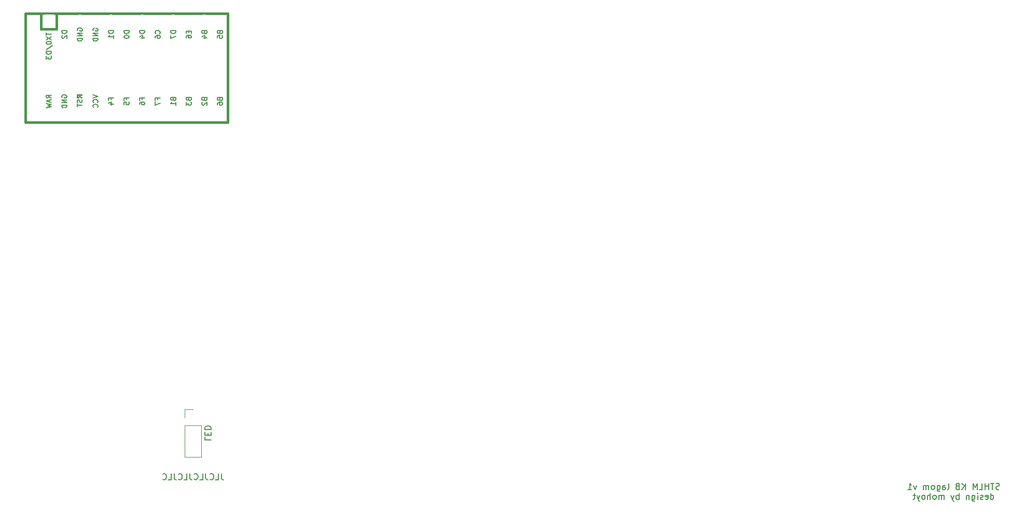
<source format=gbo>
G04 #@! TF.GenerationSoftware,KiCad,Pcbnew,(6.0.0-0)*
G04 #@! TF.CreationDate,2022-10-17T22:42:16+02:00*
G04 #@! TF.ProjectId,lagom,6c61676f-6d2e-46b6-9963-61645f706362,rev?*
G04 #@! TF.SameCoordinates,Original*
G04 #@! TF.FileFunction,Legend,Bot*
G04 #@! TF.FilePolarity,Positive*
%FSLAX46Y46*%
G04 Gerber Fmt 4.6, Leading zero omitted, Abs format (unit mm)*
G04 Created by KiCad (PCBNEW (6.0.0-0)) date 2022-10-17 22:42:16*
%MOMM*%
%LPD*%
G01*
G04 APERTURE LIST*
%ADD10C,0.150000*%
%ADD11C,0.381000*%
%ADD12C,0.120000*%
%ADD13R,1.752600X1.752600*%
%ADD14C,1.752600*%
%ADD15C,4.000000*%
%ADD16C,1.700000*%
%ADD17C,2.200000*%
%ADD18C,1.600000*%
%ADD19C,3.050000*%
%ADD20R,1.500000X1.500000*%
%ADD21O,1.500000X1.500000*%
%ADD22R,1.600000X1.600000*%
%ADD23O,1.600000X1.600000*%
%ADD24R,1.700000X1.700000*%
%ADD25O,1.700000X1.700000*%
%ADD26O,2.000000X3.200000*%
%ADD27R,2.000000X2.000000*%
%ADD28C,2.000000*%
G04 APERTURE END LIST*
D10*
X83110119Y-110467857D02*
X83110119Y-110944047D01*
X84110119Y-110944047D01*
X83633928Y-110134523D02*
X83633928Y-109801190D01*
X83110119Y-109658333D02*
X83110119Y-110134523D01*
X84110119Y-110134523D01*
X84110119Y-109658333D01*
X83110119Y-109229761D02*
X84110119Y-109229761D01*
X84110119Y-108991666D01*
X84062500Y-108848809D01*
X83967261Y-108753571D01*
X83872023Y-108705952D01*
X83681547Y-108658333D01*
X83538690Y-108658333D01*
X83348214Y-108705952D01*
X83252976Y-108753571D01*
X83157738Y-108848809D01*
X83110119Y-108991666D01*
X83110119Y-109229761D01*
X85794047Y-116439880D02*
X85794047Y-117154166D01*
X85841666Y-117297023D01*
X85936904Y-117392261D01*
X86079761Y-117439880D01*
X86175000Y-117439880D01*
X84841666Y-117439880D02*
X85317857Y-117439880D01*
X85317857Y-116439880D01*
X83936904Y-117344642D02*
X83984523Y-117392261D01*
X84127380Y-117439880D01*
X84222619Y-117439880D01*
X84365476Y-117392261D01*
X84460714Y-117297023D01*
X84508333Y-117201785D01*
X84555952Y-117011309D01*
X84555952Y-116868452D01*
X84508333Y-116677976D01*
X84460714Y-116582738D01*
X84365476Y-116487500D01*
X84222619Y-116439880D01*
X84127380Y-116439880D01*
X83984523Y-116487500D01*
X83936904Y-116535119D01*
X83222619Y-116439880D02*
X83222619Y-117154166D01*
X83270238Y-117297023D01*
X83365476Y-117392261D01*
X83508333Y-117439880D01*
X83603571Y-117439880D01*
X82270238Y-117439880D02*
X82746428Y-117439880D01*
X82746428Y-116439880D01*
X81365476Y-117344642D02*
X81413095Y-117392261D01*
X81555952Y-117439880D01*
X81651190Y-117439880D01*
X81794047Y-117392261D01*
X81889285Y-117297023D01*
X81936904Y-117201785D01*
X81984523Y-117011309D01*
X81984523Y-116868452D01*
X81936904Y-116677976D01*
X81889285Y-116582738D01*
X81794047Y-116487500D01*
X81651190Y-116439880D01*
X81555952Y-116439880D01*
X81413095Y-116487500D01*
X81365476Y-116535119D01*
X80651190Y-116439880D02*
X80651190Y-117154166D01*
X80698809Y-117297023D01*
X80794047Y-117392261D01*
X80936904Y-117439880D01*
X81032142Y-117439880D01*
X79698809Y-117439880D02*
X80175000Y-117439880D01*
X80175000Y-116439880D01*
X78794047Y-117344642D02*
X78841666Y-117392261D01*
X78984523Y-117439880D01*
X79079761Y-117439880D01*
X79222619Y-117392261D01*
X79317857Y-117297023D01*
X79365476Y-117201785D01*
X79413095Y-117011309D01*
X79413095Y-116868452D01*
X79365476Y-116677976D01*
X79317857Y-116582738D01*
X79222619Y-116487500D01*
X79079761Y-116439880D01*
X78984523Y-116439880D01*
X78841666Y-116487500D01*
X78794047Y-116535119D01*
X78079761Y-116439880D02*
X78079761Y-117154166D01*
X78127380Y-117297023D01*
X78222619Y-117392261D01*
X78365476Y-117439880D01*
X78460714Y-117439880D01*
X77127380Y-117439880D02*
X77603571Y-117439880D01*
X77603571Y-116439880D01*
X76222619Y-117344642D02*
X76270238Y-117392261D01*
X76413095Y-117439880D01*
X76508333Y-117439880D01*
X76651190Y-117392261D01*
X76746428Y-117297023D01*
X76794047Y-117201785D01*
X76841666Y-117011309D01*
X76841666Y-116868452D01*
X76794047Y-116677976D01*
X76746428Y-116582738D01*
X76651190Y-116487500D01*
X76508333Y-116439880D01*
X76413095Y-116439880D01*
X76270238Y-116487500D01*
X76222619Y-116535119D01*
X212777380Y-118974761D02*
X212634523Y-119022380D01*
X212396428Y-119022380D01*
X212301190Y-118974761D01*
X212253571Y-118927142D01*
X212205952Y-118831904D01*
X212205952Y-118736666D01*
X212253571Y-118641428D01*
X212301190Y-118593809D01*
X212396428Y-118546190D01*
X212586904Y-118498571D01*
X212682142Y-118450952D01*
X212729761Y-118403333D01*
X212777380Y-118308095D01*
X212777380Y-118212857D01*
X212729761Y-118117619D01*
X212682142Y-118070000D01*
X212586904Y-118022380D01*
X212348809Y-118022380D01*
X212205952Y-118070000D01*
X211920238Y-118022380D02*
X211348809Y-118022380D01*
X211634523Y-119022380D02*
X211634523Y-118022380D01*
X211015476Y-119022380D02*
X211015476Y-118022380D01*
X211015476Y-118498571D02*
X210444047Y-118498571D01*
X210444047Y-119022380D02*
X210444047Y-118022380D01*
X209491666Y-119022380D02*
X209967857Y-119022380D01*
X209967857Y-118022380D01*
X209158333Y-119022380D02*
X209158333Y-118022380D01*
X208825000Y-118736666D01*
X208491666Y-118022380D01*
X208491666Y-119022380D01*
X207253571Y-119022380D02*
X207253571Y-118022380D01*
X206682142Y-119022380D02*
X207110714Y-118450952D01*
X206682142Y-118022380D02*
X207253571Y-118593809D01*
X205920238Y-118498571D02*
X205777380Y-118546190D01*
X205729761Y-118593809D01*
X205682142Y-118689047D01*
X205682142Y-118831904D01*
X205729761Y-118927142D01*
X205777380Y-118974761D01*
X205872619Y-119022380D01*
X206253571Y-119022380D01*
X206253571Y-118022380D01*
X205920238Y-118022380D01*
X205825000Y-118070000D01*
X205777380Y-118117619D01*
X205729761Y-118212857D01*
X205729761Y-118308095D01*
X205777380Y-118403333D01*
X205825000Y-118450952D01*
X205920238Y-118498571D01*
X206253571Y-118498571D01*
X204348809Y-119022380D02*
X204444047Y-118974761D01*
X204491666Y-118879523D01*
X204491666Y-118022380D01*
X203539285Y-119022380D02*
X203539285Y-118498571D01*
X203586904Y-118403333D01*
X203682142Y-118355714D01*
X203872619Y-118355714D01*
X203967857Y-118403333D01*
X203539285Y-118974761D02*
X203634523Y-119022380D01*
X203872619Y-119022380D01*
X203967857Y-118974761D01*
X204015476Y-118879523D01*
X204015476Y-118784285D01*
X203967857Y-118689047D01*
X203872619Y-118641428D01*
X203634523Y-118641428D01*
X203539285Y-118593809D01*
X202634523Y-118355714D02*
X202634523Y-119165238D01*
X202682142Y-119260476D01*
X202729761Y-119308095D01*
X202825000Y-119355714D01*
X202967857Y-119355714D01*
X203063095Y-119308095D01*
X202634523Y-118974761D02*
X202729761Y-119022380D01*
X202920238Y-119022380D01*
X203015476Y-118974761D01*
X203063095Y-118927142D01*
X203110714Y-118831904D01*
X203110714Y-118546190D01*
X203063095Y-118450952D01*
X203015476Y-118403333D01*
X202920238Y-118355714D01*
X202729761Y-118355714D01*
X202634523Y-118403333D01*
X202015476Y-119022380D02*
X202110714Y-118974761D01*
X202158333Y-118927142D01*
X202205952Y-118831904D01*
X202205952Y-118546190D01*
X202158333Y-118450952D01*
X202110714Y-118403333D01*
X202015476Y-118355714D01*
X201872619Y-118355714D01*
X201777380Y-118403333D01*
X201729761Y-118450952D01*
X201682142Y-118546190D01*
X201682142Y-118831904D01*
X201729761Y-118927142D01*
X201777380Y-118974761D01*
X201872619Y-119022380D01*
X202015476Y-119022380D01*
X201253571Y-119022380D02*
X201253571Y-118355714D01*
X201253571Y-118450952D02*
X201205952Y-118403333D01*
X201110714Y-118355714D01*
X200967857Y-118355714D01*
X200872619Y-118403333D01*
X200825000Y-118498571D01*
X200825000Y-119022380D01*
X200825000Y-118498571D02*
X200777380Y-118403333D01*
X200682142Y-118355714D01*
X200539285Y-118355714D01*
X200444047Y-118403333D01*
X200396428Y-118498571D01*
X200396428Y-119022380D01*
X199253571Y-118355714D02*
X199015476Y-119022380D01*
X198777380Y-118355714D01*
X197872619Y-119022380D02*
X198444047Y-119022380D01*
X198158333Y-119022380D02*
X198158333Y-118022380D01*
X198253571Y-118165238D01*
X198348809Y-118260476D01*
X198444047Y-118308095D01*
X211372619Y-120632380D02*
X211372619Y-119632380D01*
X211372619Y-120584761D02*
X211467857Y-120632380D01*
X211658333Y-120632380D01*
X211753571Y-120584761D01*
X211801190Y-120537142D01*
X211848809Y-120441904D01*
X211848809Y-120156190D01*
X211801190Y-120060952D01*
X211753571Y-120013333D01*
X211658333Y-119965714D01*
X211467857Y-119965714D01*
X211372619Y-120013333D01*
X210515476Y-120584761D02*
X210610714Y-120632380D01*
X210801190Y-120632380D01*
X210896428Y-120584761D01*
X210944047Y-120489523D01*
X210944047Y-120108571D01*
X210896428Y-120013333D01*
X210801190Y-119965714D01*
X210610714Y-119965714D01*
X210515476Y-120013333D01*
X210467857Y-120108571D01*
X210467857Y-120203809D01*
X210944047Y-120299047D01*
X210086904Y-120584761D02*
X209991666Y-120632380D01*
X209801190Y-120632380D01*
X209705952Y-120584761D01*
X209658333Y-120489523D01*
X209658333Y-120441904D01*
X209705952Y-120346666D01*
X209801190Y-120299047D01*
X209944047Y-120299047D01*
X210039285Y-120251428D01*
X210086904Y-120156190D01*
X210086904Y-120108571D01*
X210039285Y-120013333D01*
X209944047Y-119965714D01*
X209801190Y-119965714D01*
X209705952Y-120013333D01*
X209229761Y-120632380D02*
X209229761Y-119965714D01*
X209229761Y-119632380D02*
X209277380Y-119680000D01*
X209229761Y-119727619D01*
X209182142Y-119680000D01*
X209229761Y-119632380D01*
X209229761Y-119727619D01*
X208325000Y-119965714D02*
X208325000Y-120775238D01*
X208372619Y-120870476D01*
X208420238Y-120918095D01*
X208515476Y-120965714D01*
X208658333Y-120965714D01*
X208753571Y-120918095D01*
X208325000Y-120584761D02*
X208420238Y-120632380D01*
X208610714Y-120632380D01*
X208705952Y-120584761D01*
X208753571Y-120537142D01*
X208801190Y-120441904D01*
X208801190Y-120156190D01*
X208753571Y-120060952D01*
X208705952Y-120013333D01*
X208610714Y-119965714D01*
X208420238Y-119965714D01*
X208325000Y-120013333D01*
X207848809Y-119965714D02*
X207848809Y-120632380D01*
X207848809Y-120060952D02*
X207801190Y-120013333D01*
X207705952Y-119965714D01*
X207563095Y-119965714D01*
X207467857Y-120013333D01*
X207420238Y-120108571D01*
X207420238Y-120632380D01*
X206182142Y-120632380D02*
X206182142Y-119632380D01*
X206182142Y-120013333D02*
X206086904Y-119965714D01*
X205896428Y-119965714D01*
X205801190Y-120013333D01*
X205753571Y-120060952D01*
X205705952Y-120156190D01*
X205705952Y-120441904D01*
X205753571Y-120537142D01*
X205801190Y-120584761D01*
X205896428Y-120632380D01*
X206086904Y-120632380D01*
X206182142Y-120584761D01*
X205372619Y-119965714D02*
X205134523Y-120632380D01*
X204896428Y-119965714D02*
X205134523Y-120632380D01*
X205229761Y-120870476D01*
X205277380Y-120918095D01*
X205372619Y-120965714D01*
X203753571Y-120632380D02*
X203753571Y-119965714D01*
X203753571Y-120060952D02*
X203705952Y-120013333D01*
X203610714Y-119965714D01*
X203467857Y-119965714D01*
X203372619Y-120013333D01*
X203325000Y-120108571D01*
X203325000Y-120632380D01*
X203325000Y-120108571D02*
X203277380Y-120013333D01*
X203182142Y-119965714D01*
X203039285Y-119965714D01*
X202944047Y-120013333D01*
X202896428Y-120108571D01*
X202896428Y-120632380D01*
X202277380Y-120632380D02*
X202372619Y-120584761D01*
X202420238Y-120537142D01*
X202467857Y-120441904D01*
X202467857Y-120156190D01*
X202420238Y-120060952D01*
X202372619Y-120013333D01*
X202277380Y-119965714D01*
X202134523Y-119965714D01*
X202039285Y-120013333D01*
X201991666Y-120060952D01*
X201944047Y-120156190D01*
X201944047Y-120441904D01*
X201991666Y-120537142D01*
X202039285Y-120584761D01*
X202134523Y-120632380D01*
X202277380Y-120632380D01*
X201515476Y-120632380D02*
X201515476Y-119632380D01*
X201086904Y-120632380D02*
X201086904Y-120108571D01*
X201134523Y-120013333D01*
X201229761Y-119965714D01*
X201372619Y-119965714D01*
X201467857Y-120013333D01*
X201515476Y-120060952D01*
X200467857Y-120632380D02*
X200563095Y-120584761D01*
X200610714Y-120537142D01*
X200658333Y-120441904D01*
X200658333Y-120156190D01*
X200610714Y-120060952D01*
X200563095Y-120013333D01*
X200467857Y-119965714D01*
X200325000Y-119965714D01*
X200229761Y-120013333D01*
X200182142Y-120060952D01*
X200134523Y-120156190D01*
X200134523Y-120441904D01*
X200182142Y-120537142D01*
X200229761Y-120584761D01*
X200325000Y-120632380D01*
X200467857Y-120632380D01*
X199801190Y-119965714D02*
X199563095Y-120632380D01*
X199325000Y-119965714D02*
X199563095Y-120632380D01*
X199658333Y-120870476D01*
X199705952Y-120918095D01*
X199801190Y-120965714D01*
X199086904Y-119965714D02*
X198705952Y-119965714D01*
X198944047Y-119632380D02*
X198944047Y-120489523D01*
X198896428Y-120584761D01*
X198801190Y-120632380D01*
X198705952Y-120632380D01*
X62335000Y-44066976D02*
X62296904Y-43990785D01*
X62296904Y-43876500D01*
X62335000Y-43762214D01*
X62411190Y-43686023D01*
X62487380Y-43647928D01*
X62639761Y-43609833D01*
X62754047Y-43609833D01*
X62906428Y-43647928D01*
X62982619Y-43686023D01*
X63058809Y-43762214D01*
X63096904Y-43876500D01*
X63096904Y-43952690D01*
X63058809Y-44066976D01*
X63020714Y-44105071D01*
X62754047Y-44105071D01*
X62754047Y-43952690D01*
X63096904Y-44447928D02*
X62296904Y-44447928D01*
X63096904Y-44905071D01*
X62296904Y-44905071D01*
X63096904Y-45286023D02*
X62296904Y-45286023D01*
X62296904Y-45476500D01*
X62335000Y-45590785D01*
X62411190Y-45666976D01*
X62487380Y-45705071D01*
X62639761Y-45743166D01*
X62754047Y-45743166D01*
X62906428Y-45705071D01*
X62982619Y-45666976D01*
X63058809Y-45590785D01*
X63096904Y-45476500D01*
X63096904Y-45286023D01*
X64836904Y-54531833D02*
X65636904Y-54798500D01*
X64836904Y-55065166D01*
X65560714Y-55788976D02*
X65598809Y-55750880D01*
X65636904Y-55636595D01*
X65636904Y-55560404D01*
X65598809Y-55446119D01*
X65522619Y-55369928D01*
X65446428Y-55331833D01*
X65294047Y-55293738D01*
X65179761Y-55293738D01*
X65027380Y-55331833D01*
X64951190Y-55369928D01*
X64875000Y-55446119D01*
X64836904Y-55560404D01*
X64836904Y-55636595D01*
X64875000Y-55750880D01*
X64913095Y-55788976D01*
X65560714Y-56588976D02*
X65598809Y-56550880D01*
X65636904Y-56436595D01*
X65636904Y-56360404D01*
X65598809Y-56246119D01*
X65522619Y-56169928D01*
X65446428Y-56131833D01*
X65294047Y-56093738D01*
X65179761Y-56093738D01*
X65027380Y-56131833D01*
X64951190Y-56169928D01*
X64875000Y-56246119D01*
X64836904Y-56360404D01*
X64836904Y-56436595D01*
X64875000Y-56550880D01*
X64913095Y-56588976D01*
X75377857Y-55331833D02*
X75377857Y-55065166D01*
X75796904Y-55065166D02*
X74996904Y-55065166D01*
X74996904Y-55446119D01*
X74996904Y-55674690D02*
X74996904Y-56208023D01*
X75796904Y-55865166D01*
X82997857Y-55274690D02*
X83035952Y-55388976D01*
X83074047Y-55427071D01*
X83150238Y-55465166D01*
X83264523Y-55465166D01*
X83340714Y-55427071D01*
X83378809Y-55388976D01*
X83416904Y-55312785D01*
X83416904Y-55008023D01*
X82616904Y-55008023D01*
X82616904Y-55274690D01*
X82655000Y-55350880D01*
X82693095Y-55388976D01*
X82769285Y-55427071D01*
X82845476Y-55427071D01*
X82921666Y-55388976D01*
X82959761Y-55350880D01*
X82997857Y-55274690D01*
X82997857Y-55008023D01*
X82693095Y-55769928D02*
X82655000Y-55808023D01*
X82616904Y-55884214D01*
X82616904Y-56074690D01*
X82655000Y-56150880D01*
X82693095Y-56188976D01*
X82769285Y-56227071D01*
X82845476Y-56227071D01*
X82959761Y-56188976D01*
X83416904Y-55731833D01*
X83416904Y-56227071D01*
X60556904Y-44086023D02*
X59756904Y-44086023D01*
X59756904Y-44276500D01*
X59795000Y-44390785D01*
X59871190Y-44466976D01*
X59947380Y-44505071D01*
X60099761Y-44543166D01*
X60214047Y-44543166D01*
X60366428Y-44505071D01*
X60442619Y-44466976D01*
X60518809Y-44390785D01*
X60556904Y-44276500D01*
X60556904Y-44086023D01*
X59833095Y-44847928D02*
X59795000Y-44886023D01*
X59756904Y-44962214D01*
X59756904Y-45152690D01*
X59795000Y-45228880D01*
X59833095Y-45266976D01*
X59909285Y-45305071D01*
X59985476Y-45305071D01*
X60099761Y-45266976D01*
X60556904Y-44809833D01*
X60556904Y-45305071D01*
X85537857Y-55274690D02*
X85575952Y-55388976D01*
X85614047Y-55427071D01*
X85690238Y-55465166D01*
X85804523Y-55465166D01*
X85880714Y-55427071D01*
X85918809Y-55388976D01*
X85956904Y-55312785D01*
X85956904Y-55008023D01*
X85156904Y-55008023D01*
X85156904Y-55274690D01*
X85195000Y-55350880D01*
X85233095Y-55388976D01*
X85309285Y-55427071D01*
X85385476Y-55427071D01*
X85461666Y-55388976D01*
X85499761Y-55350880D01*
X85537857Y-55274690D01*
X85537857Y-55008023D01*
X85156904Y-56150880D02*
X85156904Y-55998500D01*
X85195000Y-55922309D01*
X85233095Y-55884214D01*
X85347380Y-55808023D01*
X85499761Y-55769928D01*
X85804523Y-55769928D01*
X85880714Y-55808023D01*
X85918809Y-55846119D01*
X85956904Y-55922309D01*
X85956904Y-56074690D01*
X85918809Y-56150880D01*
X85880714Y-56188976D01*
X85804523Y-56227071D01*
X85614047Y-56227071D01*
X85537857Y-56188976D01*
X85499761Y-56150880D01*
X85461666Y-56074690D01*
X85461666Y-55922309D01*
X85499761Y-55846119D01*
X85537857Y-55808023D01*
X85614047Y-55769928D01*
X57216904Y-44375151D02*
X57216904Y-44832294D01*
X58016904Y-44603723D02*
X57216904Y-44603723D01*
X57216904Y-45022770D02*
X58016904Y-45556104D01*
X57216904Y-45556104D02*
X58016904Y-45022770D01*
X57216904Y-46013247D02*
X57216904Y-46089437D01*
X57255000Y-46165628D01*
X57293095Y-46203723D01*
X57369285Y-46241818D01*
X57521666Y-46279913D01*
X57712142Y-46279913D01*
X57864523Y-46241818D01*
X57940714Y-46203723D01*
X57978809Y-46165628D01*
X58016904Y-46089437D01*
X58016904Y-46013247D01*
X57978809Y-45937056D01*
X57940714Y-45898961D01*
X57864523Y-45860866D01*
X57712142Y-45822770D01*
X57521666Y-45822770D01*
X57369285Y-45860866D01*
X57293095Y-45898961D01*
X57255000Y-45937056D01*
X57216904Y-46013247D01*
X57178809Y-47194199D02*
X58207380Y-46508485D01*
X58016904Y-47460866D02*
X57216904Y-47460866D01*
X57216904Y-47651342D01*
X57255000Y-47765628D01*
X57331190Y-47841818D01*
X57407380Y-47879913D01*
X57559761Y-47918008D01*
X57674047Y-47918008D01*
X57826428Y-47879913D01*
X57902619Y-47841818D01*
X57978809Y-47765628D01*
X58016904Y-47651342D01*
X58016904Y-47460866D01*
X57216904Y-48184675D02*
X57216904Y-48679913D01*
X57521666Y-48413247D01*
X57521666Y-48527532D01*
X57559761Y-48603723D01*
X57597857Y-48641818D01*
X57674047Y-48679913D01*
X57864523Y-48679913D01*
X57940714Y-48641818D01*
X57978809Y-48603723D01*
X58016904Y-48527532D01*
X58016904Y-48298961D01*
X57978809Y-48222770D01*
X57940714Y-48184675D01*
X85537857Y-44352690D02*
X85575952Y-44466976D01*
X85614047Y-44505071D01*
X85690238Y-44543166D01*
X85804523Y-44543166D01*
X85880714Y-44505071D01*
X85918809Y-44466976D01*
X85956904Y-44390785D01*
X85956904Y-44086023D01*
X85156904Y-44086023D01*
X85156904Y-44352690D01*
X85195000Y-44428880D01*
X85233095Y-44466976D01*
X85309285Y-44505071D01*
X85385476Y-44505071D01*
X85461666Y-44466976D01*
X85499761Y-44428880D01*
X85537857Y-44352690D01*
X85537857Y-44086023D01*
X85156904Y-45266976D02*
X85156904Y-44886023D01*
X85537857Y-44847928D01*
X85499761Y-44886023D01*
X85461666Y-44962214D01*
X85461666Y-45152690D01*
X85499761Y-45228880D01*
X85537857Y-45266976D01*
X85614047Y-45305071D01*
X85804523Y-45305071D01*
X85880714Y-45266976D01*
X85918809Y-45228880D01*
X85956904Y-45152690D01*
X85956904Y-44962214D01*
X85918809Y-44886023D01*
X85880714Y-44847928D01*
X63028809Y-55337286D02*
X63066904Y-55451572D01*
X63066904Y-55642048D01*
X63028809Y-55718239D01*
X62990714Y-55756334D01*
X62914523Y-55794429D01*
X62838333Y-55794429D01*
X62762142Y-55756334D01*
X62724047Y-55718239D01*
X62685952Y-55642048D01*
X62647857Y-55489667D01*
X62609761Y-55413477D01*
X62571666Y-55375381D01*
X62495476Y-55337286D01*
X62419285Y-55337286D01*
X62343095Y-55375381D01*
X62305000Y-55413477D01*
X62266904Y-55489667D01*
X62266904Y-55680143D01*
X62305000Y-55794429D01*
X62266904Y-56023000D02*
X62266904Y-56480143D01*
X63066904Y-56251572D02*
X62266904Y-56251572D01*
X80457857Y-55274690D02*
X80495952Y-55388976D01*
X80534047Y-55427071D01*
X80610238Y-55465166D01*
X80724523Y-55465166D01*
X80800714Y-55427071D01*
X80838809Y-55388976D01*
X80876904Y-55312785D01*
X80876904Y-55008023D01*
X80076904Y-55008023D01*
X80076904Y-55274690D01*
X80115000Y-55350880D01*
X80153095Y-55388976D01*
X80229285Y-55427071D01*
X80305476Y-55427071D01*
X80381666Y-55388976D01*
X80419761Y-55350880D01*
X80457857Y-55274690D01*
X80457857Y-55008023D01*
X80076904Y-55731833D02*
X80076904Y-56227071D01*
X80381666Y-55960404D01*
X80381666Y-56074690D01*
X80419761Y-56150880D01*
X80457857Y-56188976D01*
X80534047Y-56227071D01*
X80724523Y-56227071D01*
X80800714Y-56188976D01*
X80838809Y-56150880D01*
X80876904Y-56074690D01*
X80876904Y-55846119D01*
X80838809Y-55769928D01*
X80800714Y-55731833D01*
X77917857Y-55274690D02*
X77955952Y-55388976D01*
X77994047Y-55427071D01*
X78070238Y-55465166D01*
X78184523Y-55465166D01*
X78260714Y-55427071D01*
X78298809Y-55388976D01*
X78336904Y-55312785D01*
X78336904Y-55008023D01*
X77536904Y-55008023D01*
X77536904Y-55274690D01*
X77575000Y-55350880D01*
X77613095Y-55388976D01*
X77689285Y-55427071D01*
X77765476Y-55427071D01*
X77841666Y-55388976D01*
X77879761Y-55350880D01*
X77917857Y-55274690D01*
X77917857Y-55008023D01*
X78336904Y-56227071D02*
X78336904Y-55769928D01*
X78336904Y-55998500D02*
X77536904Y-55998500D01*
X77651190Y-55922309D01*
X77727380Y-55846119D01*
X77765476Y-55769928D01*
X72837857Y-55331833D02*
X72837857Y-55065166D01*
X73256904Y-55065166D02*
X72456904Y-55065166D01*
X72456904Y-55446119D01*
X72456904Y-56093738D02*
X72456904Y-55941357D01*
X72495000Y-55865166D01*
X72533095Y-55827071D01*
X72647380Y-55750880D01*
X72799761Y-55712785D01*
X73104523Y-55712785D01*
X73180714Y-55750880D01*
X73218809Y-55788976D01*
X73256904Y-55865166D01*
X73256904Y-56017547D01*
X73218809Y-56093738D01*
X73180714Y-56131833D01*
X73104523Y-56169928D01*
X72914047Y-56169928D01*
X72837857Y-56131833D01*
X72799761Y-56093738D01*
X72761666Y-56017547D01*
X72761666Y-55865166D01*
X72799761Y-55788976D01*
X72837857Y-55750880D01*
X72914047Y-55712785D01*
X82997857Y-44352690D02*
X83035952Y-44466976D01*
X83074047Y-44505071D01*
X83150238Y-44543166D01*
X83264523Y-44543166D01*
X83340714Y-44505071D01*
X83378809Y-44466976D01*
X83416904Y-44390785D01*
X83416904Y-44086023D01*
X82616904Y-44086023D01*
X82616904Y-44352690D01*
X82655000Y-44428880D01*
X82693095Y-44466976D01*
X82769285Y-44505071D01*
X82845476Y-44505071D01*
X82921666Y-44466976D01*
X82959761Y-44428880D01*
X82997857Y-44352690D01*
X82997857Y-44086023D01*
X82883571Y-45228880D02*
X83416904Y-45228880D01*
X82578809Y-45038404D02*
X83150238Y-44847928D01*
X83150238Y-45343166D01*
X75720714Y-44543166D02*
X75758809Y-44505071D01*
X75796904Y-44390785D01*
X75796904Y-44314595D01*
X75758809Y-44200309D01*
X75682619Y-44124119D01*
X75606428Y-44086023D01*
X75454047Y-44047928D01*
X75339761Y-44047928D01*
X75187380Y-44086023D01*
X75111190Y-44124119D01*
X75035000Y-44200309D01*
X74996904Y-44314595D01*
X74996904Y-44390785D01*
X75035000Y-44505071D01*
X75073095Y-44543166D01*
X74996904Y-45228880D02*
X74996904Y-45076500D01*
X75035000Y-45000309D01*
X75073095Y-44962214D01*
X75187380Y-44886023D01*
X75339761Y-44847928D01*
X75644523Y-44847928D01*
X75720714Y-44886023D01*
X75758809Y-44924119D01*
X75796904Y-45000309D01*
X75796904Y-45152690D01*
X75758809Y-45228880D01*
X75720714Y-45266976D01*
X75644523Y-45305071D01*
X75454047Y-45305071D01*
X75377857Y-45266976D01*
X75339761Y-45228880D01*
X75301666Y-45152690D01*
X75301666Y-45000309D01*
X75339761Y-44924119D01*
X75377857Y-44886023D01*
X75454047Y-44847928D01*
X58016904Y-55046119D02*
X57635952Y-54779452D01*
X58016904Y-54588976D02*
X57216904Y-54588976D01*
X57216904Y-54893738D01*
X57255000Y-54969928D01*
X57293095Y-55008023D01*
X57369285Y-55046119D01*
X57483571Y-55046119D01*
X57559761Y-55008023D01*
X57597857Y-54969928D01*
X57635952Y-54893738D01*
X57635952Y-54588976D01*
X57788333Y-55350880D02*
X57788333Y-55731833D01*
X58016904Y-55274690D02*
X57216904Y-55541357D01*
X58016904Y-55808023D01*
X57216904Y-55998500D02*
X58016904Y-56188976D01*
X57445476Y-56341357D01*
X58016904Y-56493738D01*
X57216904Y-56684214D01*
X64875000Y-44066976D02*
X64836904Y-43990785D01*
X64836904Y-43876500D01*
X64875000Y-43762214D01*
X64951190Y-43686023D01*
X65027380Y-43647928D01*
X65179761Y-43609833D01*
X65294047Y-43609833D01*
X65446428Y-43647928D01*
X65522619Y-43686023D01*
X65598809Y-43762214D01*
X65636904Y-43876500D01*
X65636904Y-43952690D01*
X65598809Y-44066976D01*
X65560714Y-44105071D01*
X65294047Y-44105071D01*
X65294047Y-43952690D01*
X65636904Y-44447928D02*
X64836904Y-44447928D01*
X65636904Y-44905071D01*
X64836904Y-44905071D01*
X65636904Y-45286023D02*
X64836904Y-45286023D01*
X64836904Y-45476500D01*
X64875000Y-45590785D01*
X64951190Y-45666976D01*
X65027380Y-45705071D01*
X65179761Y-45743166D01*
X65294047Y-45743166D01*
X65446428Y-45705071D01*
X65522619Y-45666976D01*
X65598809Y-45590785D01*
X65636904Y-45476500D01*
X65636904Y-45286023D01*
X70716904Y-44086023D02*
X69916904Y-44086023D01*
X69916904Y-44276500D01*
X69955000Y-44390785D01*
X70031190Y-44466976D01*
X70107380Y-44505071D01*
X70259761Y-44543166D01*
X70374047Y-44543166D01*
X70526428Y-44505071D01*
X70602619Y-44466976D01*
X70678809Y-44390785D01*
X70716904Y-44276500D01*
X70716904Y-44086023D01*
X69916904Y-45038404D02*
X69916904Y-45114595D01*
X69955000Y-45190785D01*
X69993095Y-45228880D01*
X70069285Y-45266976D01*
X70221666Y-45305071D01*
X70412142Y-45305071D01*
X70564523Y-45266976D01*
X70640714Y-45228880D01*
X70678809Y-45190785D01*
X70716904Y-45114595D01*
X70716904Y-45038404D01*
X70678809Y-44962214D01*
X70640714Y-44924119D01*
X70564523Y-44886023D01*
X70412142Y-44847928D01*
X70221666Y-44847928D01*
X70069285Y-44886023D01*
X69993095Y-44924119D01*
X69955000Y-44962214D01*
X69916904Y-45038404D01*
X59795000Y-54988976D02*
X59756904Y-54912785D01*
X59756904Y-54798500D01*
X59795000Y-54684214D01*
X59871190Y-54608023D01*
X59947380Y-54569928D01*
X60099761Y-54531833D01*
X60214047Y-54531833D01*
X60366428Y-54569928D01*
X60442619Y-54608023D01*
X60518809Y-54684214D01*
X60556904Y-54798500D01*
X60556904Y-54874690D01*
X60518809Y-54988976D01*
X60480714Y-55027071D01*
X60214047Y-55027071D01*
X60214047Y-54874690D01*
X60556904Y-55369928D02*
X59756904Y-55369928D01*
X60556904Y-55827071D01*
X59756904Y-55827071D01*
X60556904Y-56208023D02*
X59756904Y-56208023D01*
X59756904Y-56398500D01*
X59795000Y-56512785D01*
X59871190Y-56588976D01*
X59947380Y-56627071D01*
X60099761Y-56665166D01*
X60214047Y-56665166D01*
X60366428Y-56627071D01*
X60442619Y-56588976D01*
X60518809Y-56512785D01*
X60556904Y-56398500D01*
X60556904Y-56208023D01*
X68176904Y-44086023D02*
X67376904Y-44086023D01*
X67376904Y-44276500D01*
X67415000Y-44390785D01*
X67491190Y-44466976D01*
X67567380Y-44505071D01*
X67719761Y-44543166D01*
X67834047Y-44543166D01*
X67986428Y-44505071D01*
X68062619Y-44466976D01*
X68138809Y-44390785D01*
X68176904Y-44276500D01*
X68176904Y-44086023D01*
X68176904Y-45305071D02*
X68176904Y-44847928D01*
X68176904Y-45076500D02*
X67376904Y-45076500D01*
X67491190Y-45000309D01*
X67567380Y-44924119D01*
X67605476Y-44847928D01*
X73256904Y-44086023D02*
X72456904Y-44086023D01*
X72456904Y-44276500D01*
X72495000Y-44390785D01*
X72571190Y-44466976D01*
X72647380Y-44505071D01*
X72799761Y-44543166D01*
X72914047Y-44543166D01*
X73066428Y-44505071D01*
X73142619Y-44466976D01*
X73218809Y-44390785D01*
X73256904Y-44276500D01*
X73256904Y-44086023D01*
X72723571Y-45228880D02*
X73256904Y-45228880D01*
X72418809Y-45038404D02*
X72990238Y-44847928D01*
X72990238Y-45343166D01*
X67757857Y-55331833D02*
X67757857Y-55065166D01*
X68176904Y-55065166D02*
X67376904Y-55065166D01*
X67376904Y-55446119D01*
X67643571Y-56093738D02*
X68176904Y-56093738D01*
X67338809Y-55903261D02*
X67910238Y-55712785D01*
X67910238Y-56208023D01*
X80457857Y-44124119D02*
X80457857Y-44390785D01*
X80876904Y-44505071D02*
X80876904Y-44124119D01*
X80076904Y-44124119D01*
X80076904Y-44505071D01*
X80076904Y-45190785D02*
X80076904Y-45038404D01*
X80115000Y-44962214D01*
X80153095Y-44924119D01*
X80267380Y-44847928D01*
X80419761Y-44809833D01*
X80724523Y-44809833D01*
X80800714Y-44847928D01*
X80838809Y-44886023D01*
X80876904Y-44962214D01*
X80876904Y-45114595D01*
X80838809Y-45190785D01*
X80800714Y-45228880D01*
X80724523Y-45266976D01*
X80534047Y-45266976D01*
X80457857Y-45228880D01*
X80419761Y-45190785D01*
X80381666Y-45114595D01*
X80381666Y-44962214D01*
X80419761Y-44886023D01*
X80457857Y-44847928D01*
X80534047Y-44809833D01*
X70297857Y-55331833D02*
X70297857Y-55065166D01*
X70716904Y-55065166D02*
X69916904Y-55065166D01*
X69916904Y-55446119D01*
X69916904Y-56131833D02*
X69916904Y-55750880D01*
X70297857Y-55712785D01*
X70259761Y-55750880D01*
X70221666Y-55827071D01*
X70221666Y-56017547D01*
X70259761Y-56093738D01*
X70297857Y-56131833D01*
X70374047Y-56169928D01*
X70564523Y-56169928D01*
X70640714Y-56131833D01*
X70678809Y-56093738D01*
X70716904Y-56017547D01*
X70716904Y-55827071D01*
X70678809Y-55750880D01*
X70640714Y-55712785D01*
X78336904Y-44086023D02*
X77536904Y-44086023D01*
X77536904Y-44276500D01*
X77575000Y-44390785D01*
X77651190Y-44466976D01*
X77727380Y-44505071D01*
X77879761Y-44543166D01*
X77994047Y-44543166D01*
X78146428Y-44505071D01*
X78222619Y-44466976D01*
X78298809Y-44390785D01*
X78336904Y-44276500D01*
X78336904Y-44086023D01*
X77536904Y-44809833D02*
X77536904Y-45343166D01*
X78336904Y-45000309D01*
D11*
X86865000Y-41247500D02*
X86865000Y-59027500D01*
X56385000Y-41247500D02*
X86865000Y-41247500D01*
X56385000Y-43787500D02*
X56385000Y-41247500D01*
X56385000Y-59027500D02*
X53845000Y-59027500D01*
X53845000Y-59027500D02*
X53845000Y-41247500D01*
X58925000Y-43787500D02*
X58925000Y-41247500D01*
X53845000Y-41247500D02*
X56385000Y-41247500D01*
X56385000Y-43787500D02*
X58925000Y-43787500D01*
X86865000Y-59027500D02*
X56385000Y-59027500D01*
D10*
X62264360Y-55069068D02*
X62364360Y-55069068D01*
X62364360Y-55069068D02*
X62364360Y-54569068D01*
X62364360Y-54569068D02*
X62264360Y-54569068D01*
X62264360Y-54569068D02*
X62264360Y-55069068D01*
G36*
X62364360Y-55069068D02*
G01*
X62264360Y-55069068D01*
X62264360Y-54569068D01*
X62364360Y-54569068D01*
X62364360Y-55069068D01*
G37*
X62364360Y-55069068D02*
X62264360Y-55069068D01*
X62264360Y-54569068D01*
X62364360Y-54569068D01*
X62364360Y-55069068D01*
X62864360Y-55069068D02*
X63064360Y-55069068D01*
X63064360Y-55069068D02*
X63064360Y-54969068D01*
X63064360Y-54969068D02*
X62864360Y-54969068D01*
X62864360Y-54969068D02*
X62864360Y-55069068D01*
G36*
X63064360Y-55069068D02*
G01*
X62864360Y-55069068D01*
X62864360Y-54969068D01*
X63064360Y-54969068D01*
X63064360Y-55069068D01*
G37*
X63064360Y-55069068D02*
X62864360Y-55069068D01*
X62864360Y-54969068D01*
X63064360Y-54969068D01*
X63064360Y-55069068D01*
X62264360Y-55069068D02*
X62564360Y-55069068D01*
X62564360Y-55069068D02*
X62564360Y-54969068D01*
X62564360Y-54969068D02*
X62264360Y-54969068D01*
X62264360Y-54969068D02*
X62264360Y-55069068D01*
G36*
X62564360Y-55069068D02*
G01*
X62264360Y-55069068D01*
X62264360Y-54969068D01*
X62564360Y-54969068D01*
X62564360Y-55069068D01*
G37*
X62564360Y-55069068D02*
X62264360Y-55069068D01*
X62264360Y-54969068D01*
X62564360Y-54969068D01*
X62564360Y-55069068D01*
X62264360Y-54669068D02*
X63064360Y-54669068D01*
X63064360Y-54669068D02*
X63064360Y-54569068D01*
X63064360Y-54569068D02*
X62264360Y-54569068D01*
X62264360Y-54569068D02*
X62264360Y-54669068D01*
G36*
X63064360Y-54669068D02*
G01*
X62264360Y-54669068D01*
X62264360Y-54569068D01*
X63064360Y-54569068D01*
X63064360Y-54669068D01*
G37*
X63064360Y-54669068D02*
X62264360Y-54669068D01*
X62264360Y-54569068D01*
X63064360Y-54569068D01*
X63064360Y-54669068D01*
X62664360Y-54869068D02*
X62764360Y-54869068D01*
X62764360Y-54869068D02*
X62764360Y-54769068D01*
X62764360Y-54769068D02*
X62664360Y-54769068D01*
X62664360Y-54769068D02*
X62664360Y-54869068D01*
G36*
X62764360Y-54869068D02*
G01*
X62664360Y-54869068D01*
X62664360Y-54769068D01*
X62764360Y-54769068D01*
X62764360Y-54869068D01*
G37*
X62764360Y-54869068D02*
X62664360Y-54869068D01*
X62664360Y-54769068D01*
X62764360Y-54769068D01*
X62764360Y-54869068D01*
D12*
X82505000Y-113695000D02*
X79845000Y-113695000D01*
X79845000Y-105955000D02*
X79845000Y-107285000D01*
X82505000Y-108555000D02*
X82505000Y-113695000D01*
X82505000Y-108555000D02*
X79845000Y-108555000D01*
X79845000Y-108555000D02*
X79845000Y-113695000D01*
X81175000Y-105955000D02*
X79845000Y-105955000D01*
D13*
X57655000Y-42288900D03*
D14*
X60195000Y-42746100D03*
X62735000Y-42288900D03*
X65275000Y-42746100D03*
X67815000Y-42288900D03*
X70355000Y-42746100D03*
X72895000Y-42288900D03*
X75435000Y-42746100D03*
X77975000Y-42288900D03*
X80515000Y-42746100D03*
X83055000Y-42288900D03*
X85595000Y-42746100D03*
X85595000Y-57528900D03*
X83055000Y-57986100D03*
X80515000Y-57528900D03*
X77975000Y-57986100D03*
X75435000Y-57528900D03*
X72895000Y-57986100D03*
X70355000Y-57528900D03*
X67815000Y-57986100D03*
X65275000Y-57528900D03*
X62735000Y-57986100D03*
X60195000Y-57528900D03*
X57655000Y-57986100D03*
%LPC*%
D15*
X272175000Y-71625000D03*
D16*
X277255000Y-71625000D03*
X267095000Y-71625000D03*
D17*
X274715000Y-66545000D03*
X268365000Y-69085000D03*
D15*
X329475000Y-148025000D03*
D16*
X334555000Y-148025000D03*
X324395000Y-148025000D03*
D17*
X332015000Y-142945000D03*
X325665000Y-145485000D03*
D18*
X90725000Y-40587500D03*
X90725000Y-45587500D03*
D16*
X152952500Y-90725000D03*
X142792500Y-90725000D03*
D15*
X147872500Y-90725000D03*
D17*
X150412500Y-85645000D03*
X144062500Y-88185000D03*
D15*
X319925000Y-71625000D03*
X331825000Y-79865000D03*
D16*
X325005000Y-71625000D03*
D19*
X308025000Y-64625000D03*
D16*
X314845000Y-71625000D03*
D15*
X308025000Y-79865000D03*
D19*
X331825000Y-64625000D03*
D17*
X322465000Y-66545000D03*
X316115000Y-69085000D03*
D15*
X191000000Y-109825000D03*
D16*
X196080000Y-109825000D03*
X185920000Y-109825000D03*
D17*
X193540000Y-104745000D03*
X187190000Y-107285000D03*
D16*
X114905000Y-90725000D03*
X104745000Y-90725000D03*
D15*
X109825000Y-90725000D03*
D17*
X112365000Y-85645000D03*
X106015000Y-88185000D03*
D15*
X303212500Y-128925000D03*
D16*
X308292500Y-128925000D03*
X298132500Y-128925000D03*
D17*
X305752500Y-123845000D03*
X299402500Y-126385000D03*
D20*
X260237500Y-57757500D03*
D21*
X260237500Y-50137500D03*
D16*
X305295000Y-71625000D03*
D15*
X310375000Y-71625000D03*
D16*
X315455000Y-71625000D03*
D17*
X312915000Y-66545000D03*
X306565000Y-69085000D03*
D22*
X93762500Y-46775000D03*
D23*
X96302500Y-46775000D03*
X98842500Y-46775000D03*
X101382500Y-46775000D03*
X103922500Y-46775000D03*
X106462500Y-46775000D03*
X109002500Y-46775000D03*
X111542500Y-46775000D03*
X111542500Y-39155000D03*
X109002500Y-39155000D03*
X106462500Y-39155000D03*
X103922500Y-39155000D03*
X101382500Y-39155000D03*
X98842500Y-39155000D03*
X96302500Y-39155000D03*
X93762500Y-39155000D03*
D16*
X353655000Y-109825000D03*
X343495000Y-109825000D03*
D15*
X348575000Y-109825000D03*
D17*
X351115000Y-104745000D03*
X344765000Y-107285000D03*
D24*
X315175000Y-47445000D03*
D25*
X315175000Y-49985000D03*
X315175000Y-52525000D03*
X315175000Y-55065000D03*
D20*
X288887500Y-55370000D03*
D21*
X288887500Y-47750000D03*
D20*
X219650000Y-55370000D03*
D21*
X219650000Y-47750000D03*
D20*
X212487500Y-55370000D03*
D21*
X212487500Y-47750000D03*
D17*
X112212500Y-81175000D03*
X248300000Y-54912500D03*
D16*
X110130000Y-128925000D03*
X99970000Y-128925000D03*
D15*
X105050000Y-128925000D03*
D17*
X107590000Y-123845000D03*
X101240000Y-126385000D03*
D20*
X157575000Y-52982500D03*
D21*
X157575000Y-45362500D03*
D20*
X210100000Y-52982500D03*
D21*
X210100000Y-45362500D03*
D16*
X291580000Y-109825000D03*
D15*
X286500000Y-109825000D03*
D16*
X281420000Y-109825000D03*
D17*
X289040000Y-104745000D03*
X282690000Y-107285000D03*
D22*
X93762500Y-58487500D03*
D23*
X96302500Y-58487500D03*
X98842500Y-58487500D03*
X101382500Y-58487500D03*
X103922500Y-58487500D03*
X106462500Y-58487500D03*
X109002500Y-58487500D03*
X111542500Y-58487500D03*
X111542500Y-50867500D03*
X109002500Y-50867500D03*
X106462500Y-50867500D03*
X103922500Y-50867500D03*
X101382500Y-50867500D03*
X98842500Y-50867500D03*
X96302500Y-50867500D03*
X93762500Y-50867500D03*
D17*
X298437500Y-81175000D03*
D20*
X243525000Y-52982500D03*
D21*
X243525000Y-45362500D03*
D20*
X286500000Y-57757500D03*
D21*
X286500000Y-50137500D03*
D16*
X167430000Y-128925000D03*
D15*
X162350000Y-128925000D03*
D16*
X157270000Y-128925000D03*
D17*
X164890000Y-123845000D03*
X158540000Y-126385000D03*
D16*
X162045000Y-90725000D03*
X172205000Y-90725000D03*
D15*
X167125000Y-90725000D03*
D17*
X169665000Y-85645000D03*
X163315000Y-88185000D03*
D16*
X56995000Y-71625000D03*
X67155000Y-71625000D03*
D15*
X62075000Y-71625000D03*
D17*
X64615000Y-66545000D03*
X58265000Y-69085000D03*
D15*
X119375000Y-71625000D03*
D16*
X124455000Y-71625000D03*
X114295000Y-71625000D03*
D17*
X121915000Y-66545000D03*
X115565000Y-69085000D03*
D16*
X59382500Y-128925000D03*
X69542500Y-128925000D03*
D15*
X64462500Y-128925000D03*
D17*
X67002500Y-123845000D03*
X60652500Y-126385000D03*
D20*
X253075000Y-50595000D03*
D21*
X253075000Y-42975000D03*
D17*
X205325000Y-81175000D03*
D16*
X271870000Y-148025000D03*
D15*
X276950000Y-148025000D03*
D16*
X282030000Y-148025000D03*
D17*
X279490000Y-142945000D03*
X273140000Y-145485000D03*
D20*
X248300000Y-48207500D03*
D21*
X248300000Y-40587500D03*
D20*
X167125000Y-52982500D03*
D21*
X167125000Y-45362500D03*
D16*
X305905000Y-90725000D03*
X295745000Y-90725000D03*
D15*
X300825000Y-90725000D03*
D17*
X303365000Y-85645000D03*
X297015000Y-88185000D03*
D16*
X138780000Y-109825000D03*
X128620000Y-109825000D03*
D15*
X133700000Y-109825000D03*
D17*
X136240000Y-104745000D03*
X129890000Y-107285000D03*
D20*
X124150000Y-55370000D03*
D21*
X124150000Y-47750000D03*
D15*
X114600000Y-148025000D03*
D16*
X119680000Y-148025000D03*
X109520000Y-148025000D03*
D17*
X117140000Y-142945000D03*
X110790000Y-145485000D03*
D20*
X121762500Y-52982500D03*
D21*
X121762500Y-45362500D03*
D15*
X152800000Y-109825000D03*
D16*
X157880000Y-109825000D03*
X147720000Y-109825000D03*
D17*
X155340000Y-104745000D03*
X148990000Y-107285000D03*
D19*
X157537500Y-155000000D03*
D16*
X140557500Y-148000000D03*
D19*
X133737500Y-155000000D03*
D15*
X157537500Y-139760000D03*
X133737500Y-139760000D03*
X145637500Y-148000000D03*
D16*
X150717500Y-148000000D03*
D17*
X148177500Y-142920000D03*
X141827500Y-145460000D03*
D15*
X157575000Y-71625000D03*
D16*
X152495000Y-71625000D03*
X162655000Y-71625000D03*
D17*
X160115000Y-66545000D03*
X153765000Y-69085000D03*
D20*
X152800000Y-57757500D03*
D21*
X152800000Y-50137500D03*
D16*
X107138750Y-148025000D03*
D15*
X112218750Y-148025000D03*
D16*
X117298750Y-148025000D03*
D17*
X114758750Y-142945000D03*
X108408750Y-145485000D03*
X95500000Y-138480000D03*
D15*
X233975000Y-71625000D03*
D16*
X239055000Y-71625000D03*
X228895000Y-71625000D03*
D17*
X236515000Y-66545000D03*
X230165000Y-69085000D03*
D20*
X164737500Y-50595000D03*
D21*
X164737500Y-42975000D03*
D16*
X91030000Y-128925000D03*
X80870000Y-128925000D03*
D15*
X85950000Y-128925000D03*
D17*
X88490000Y-123845000D03*
X82140000Y-126385000D03*
D16*
X76095000Y-71625000D03*
D15*
X81175000Y-71625000D03*
D16*
X86255000Y-71625000D03*
D17*
X83715000Y-66545000D03*
X77365000Y-69085000D03*
D20*
X179062500Y-52982500D03*
D21*
X179062500Y-45362500D03*
D17*
X127750000Y-42020000D03*
D20*
X193387500Y-57757500D03*
D21*
X193387500Y-50137500D03*
D16*
X191305000Y-90725000D03*
X181145000Y-90725000D03*
D15*
X186225000Y-90725000D03*
D17*
X188765000Y-85645000D03*
X182415000Y-88185000D03*
D20*
X140862500Y-48207500D03*
D21*
X140862500Y-40587500D03*
D20*
X195775000Y-57757500D03*
D21*
X195775000Y-50137500D03*
D16*
X171595000Y-71625000D03*
X181755000Y-71625000D03*
D15*
X176675000Y-71625000D03*
D17*
X179215000Y-66545000D03*
X172865000Y-69085000D03*
D20*
X272175000Y-48207500D03*
D21*
X272175000Y-40587500D03*
D20*
X276950000Y-50595000D03*
D21*
X276950000Y-42975000D03*
D20*
X176675000Y-55370000D03*
D21*
X176675000Y-47750000D03*
D15*
X348575000Y-128925000D03*
D16*
X343495000Y-128925000D03*
X353655000Y-128925000D03*
D17*
X351115000Y-123845000D03*
X344765000Y-126385000D03*
D16*
X176980000Y-109825000D03*
X166820000Y-109825000D03*
D15*
X171900000Y-109825000D03*
D17*
X174440000Y-104745000D03*
X168090000Y-107285000D03*
D20*
X241137500Y-55370000D03*
D21*
X241137500Y-47750000D03*
D20*
X138475000Y-48207500D03*
D21*
X138475000Y-40587500D03*
D16*
X178757500Y-148000000D03*
D15*
X183837500Y-148000000D03*
D19*
X233837500Y-155000000D03*
X133837500Y-155000000D03*
D15*
X133837500Y-139760000D03*
D16*
X188917500Y-148000000D03*
D15*
X233837500Y-139760000D03*
D17*
X186377500Y-142920000D03*
X180027500Y-145460000D03*
D16*
X262930000Y-128925000D03*
D15*
X257850000Y-128925000D03*
D16*
X252770000Y-128925000D03*
D17*
X260390000Y-123845000D03*
X254040000Y-126385000D03*
D16*
X286195000Y-71625000D03*
D15*
X291275000Y-71625000D03*
D16*
X296355000Y-71625000D03*
D17*
X293815000Y-66545000D03*
X287465000Y-69085000D03*
X243525000Y-147462000D03*
D20*
X231587500Y-52982500D03*
D21*
X231587500Y-45362500D03*
D15*
X329475000Y-50137500D03*
D16*
X324395000Y-50137500D03*
X334555000Y-50137500D03*
D17*
X332015000Y-45057500D03*
X325665000Y-47597500D03*
D16*
X186530000Y-128925000D03*
X176370000Y-128925000D03*
D15*
X181450000Y-128925000D03*
D17*
X183990000Y-123845000D03*
X177640000Y-126385000D03*
D20*
X145637500Y-52982500D03*
D21*
X145637500Y-45362500D03*
D20*
X265012500Y-55370000D03*
D21*
X265012500Y-47750000D03*
D20*
X214875000Y-57757500D03*
D21*
X214875000Y-50137500D03*
D15*
X348575000Y-50137500D03*
D16*
X343495000Y-50137500D03*
X353655000Y-50137500D03*
D17*
X351115000Y-45057500D03*
X344765000Y-47597500D03*
D20*
X148025000Y-55370000D03*
D21*
X148025000Y-47750000D03*
D20*
X198162500Y-55370000D03*
D21*
X198162500Y-47750000D03*
D16*
X324395000Y-128925000D03*
D15*
X329475000Y-128925000D03*
D16*
X334555000Y-128925000D03*
D17*
X332015000Y-123845000D03*
X325665000Y-126385000D03*
D16*
X315455000Y-148025000D03*
X305295000Y-148025000D03*
D15*
X310375000Y-148025000D03*
D17*
X312915000Y-142945000D03*
X306565000Y-145485000D03*
D15*
X255462500Y-148025000D03*
D16*
X260542500Y-148025000D03*
X250382500Y-148025000D03*
D17*
X258002500Y-142945000D03*
X251652500Y-145485000D03*
D20*
X269787500Y-50595000D03*
D21*
X269787500Y-42975000D03*
D16*
X133395000Y-71625000D03*
X143555000Y-71625000D03*
D15*
X138475000Y-71625000D03*
D17*
X141015000Y-66545000D03*
X134665000Y-69085000D03*
D15*
X248300000Y-109825000D03*
D16*
X253380000Y-109825000D03*
X243220000Y-109825000D03*
D17*
X250840000Y-104745000D03*
X244490000Y-107285000D03*
D20*
X200550000Y-52982500D03*
D21*
X200550000Y-45362500D03*
D20*
X255462500Y-52982500D03*
D21*
X255462500Y-45362500D03*
D20*
X191000000Y-55370000D03*
D21*
X191000000Y-47750000D03*
D16*
X93417500Y-148025000D03*
D15*
X88337500Y-148025000D03*
D16*
X83257500Y-148025000D03*
D17*
X90877500Y-142945000D03*
X84527500Y-145485000D03*
D20*
X186225000Y-50595000D03*
D21*
X186225000Y-42975000D03*
D16*
X243830000Y-128925000D03*
D15*
X238750000Y-128925000D03*
D16*
X233670000Y-128925000D03*
D17*
X241290000Y-123845000D03*
X234940000Y-126385000D03*
D20*
X162350000Y-48207500D03*
D21*
X162350000Y-40587500D03*
D20*
X279337500Y-52982500D03*
D21*
X279337500Y-45362500D03*
D15*
X305600000Y-109825000D03*
D16*
X300520000Y-109825000D03*
X310680000Y-109825000D03*
D17*
X308140000Y-104745000D03*
X301790000Y-107285000D03*
D16*
X324395000Y-71625000D03*
D15*
X329475000Y-71625000D03*
D16*
X334555000Y-71625000D03*
D17*
X332015000Y-66545000D03*
X325665000Y-69085000D03*
D15*
X348575000Y-71625000D03*
D16*
X353655000Y-71625000D03*
X343495000Y-71625000D03*
D17*
X351115000Y-66545000D03*
X344765000Y-69085000D03*
D20*
X171900000Y-57757500D03*
D21*
X171900000Y-50137500D03*
D20*
X217262500Y-57757500D03*
D21*
X217262500Y-50137500D03*
D15*
X143250000Y-128925000D03*
D16*
X138170000Y-128925000D03*
X148330000Y-128925000D03*
D17*
X145790000Y-123845000D03*
X139440000Y-126385000D03*
X319925000Y-138475000D03*
X167125000Y-148025000D03*
D16*
X329780000Y-90725000D03*
D15*
X324700000Y-90725000D03*
D16*
X319620000Y-90725000D03*
D17*
X327240000Y-85645000D03*
X320890000Y-88185000D03*
D15*
X318847500Y-112175000D03*
D16*
X327087500Y-105355000D03*
D19*
X334087500Y-112175000D03*
X334087500Y-88375000D03*
D16*
X327087500Y-95195000D03*
D15*
X327087500Y-100275000D03*
X318847500Y-88375000D03*
D17*
X332167500Y-102815000D03*
X329627500Y-96465000D03*
D20*
X133700000Y-52982500D03*
D21*
X133700000Y-45362500D03*
D20*
X224425000Y-50595000D03*
D21*
X224425000Y-42975000D03*
D15*
X317537500Y-109825000D03*
D19*
X305637500Y-102825000D03*
D15*
X329437500Y-118065000D03*
D19*
X329437500Y-102825000D03*
D16*
X322617500Y-109825000D03*
D15*
X305637500Y-118065000D03*
D16*
X312457500Y-109825000D03*
D17*
X320077500Y-104745000D03*
X313727500Y-107285000D03*
D16*
X247995000Y-71625000D03*
D15*
X253075000Y-71625000D03*
D16*
X258155000Y-71625000D03*
D17*
X255615000Y-66545000D03*
X249265000Y-69085000D03*
D15*
X100275000Y-71625000D03*
D16*
X105355000Y-71625000D03*
X95195000Y-71625000D03*
D17*
X102815000Y-66545000D03*
X96465000Y-69085000D03*
D20*
X233975000Y-55370000D03*
D21*
X233975000Y-47750000D03*
D16*
X100580000Y-109825000D03*
X90420000Y-109825000D03*
D15*
X95500000Y-109825000D03*
D17*
X98040000Y-104745000D03*
X91690000Y-107285000D03*
D20*
X262625000Y-57757500D03*
D21*
X262625000Y-50137500D03*
D15*
X219650000Y-128925000D03*
D16*
X224730000Y-128925000D03*
X214570000Y-128925000D03*
D17*
X222190000Y-123845000D03*
X215840000Y-126385000D03*
X261460000Y-42020000D03*
D16*
X190695000Y-71625000D03*
X200855000Y-71625000D03*
D15*
X195775000Y-71625000D03*
D17*
X198315000Y-66545000D03*
X191965000Y-69085000D03*
D20*
X250687500Y-48207500D03*
D21*
X250687500Y-40587500D03*
D26*
X323875000Y-50137500D03*
X335075000Y-50137500D03*
D27*
X331975000Y-42637500D03*
D28*
X326975000Y-42637500D03*
X329475000Y-42637500D03*
X326975000Y-57137500D03*
X331975000Y-57137500D03*
D26*
X342975000Y-50137500D03*
X354175000Y-50137500D03*
D27*
X351075000Y-42637500D03*
D28*
X346075000Y-42637500D03*
X348575000Y-42637500D03*
X346075000Y-57137500D03*
X351075000Y-57137500D03*
D20*
X202937500Y-50595000D03*
D21*
X202937500Y-42975000D03*
D20*
X116987500Y-48207500D03*
D21*
X116987500Y-40587500D03*
D15*
X124150000Y-128925000D03*
D16*
X119070000Y-128925000D03*
X129230000Y-128925000D03*
D17*
X126690000Y-123845000D03*
X120340000Y-126385000D03*
D16*
X219955000Y-71625000D03*
D15*
X214875000Y-71625000D03*
D16*
X209795000Y-71625000D03*
D17*
X217415000Y-66545000D03*
X211065000Y-69085000D03*
D20*
X205325000Y-48207500D03*
D21*
X205325000Y-40587500D03*
D20*
X143250000Y-50595000D03*
D21*
X143250000Y-42975000D03*
D16*
X286805000Y-90725000D03*
X276645000Y-90725000D03*
D15*
X281725000Y-90725000D03*
D17*
X284265000Y-85645000D03*
X277915000Y-88185000D03*
D16*
X257545000Y-90725000D03*
X267705000Y-90725000D03*
D15*
X262625000Y-90725000D03*
D17*
X265165000Y-85645000D03*
X258815000Y-88185000D03*
D16*
X59382500Y-109825000D03*
X69542500Y-109825000D03*
D15*
X64462500Y-109825000D03*
D17*
X67002500Y-104745000D03*
X60652500Y-107285000D03*
D20*
X131312500Y-55370000D03*
D21*
X131312500Y-47750000D03*
D16*
X190695000Y-148000000D03*
D19*
X138775000Y-155000000D03*
D15*
X195775000Y-148000000D03*
D16*
X200855000Y-148000000D03*
D19*
X252775000Y-155000000D03*
D15*
X138775000Y-139760000D03*
X252775000Y-139760000D03*
D17*
X198315000Y-142920000D03*
X191965000Y-145460000D03*
D15*
X210100000Y-109825000D03*
D16*
X215180000Y-109825000D03*
X205020000Y-109825000D03*
D17*
X212640000Y-104745000D03*
X206290000Y-107285000D03*
D15*
X229200000Y-109825000D03*
D16*
X224120000Y-109825000D03*
X234280000Y-109825000D03*
D17*
X231740000Y-104745000D03*
X225390000Y-107285000D03*
D16*
X200245000Y-90725000D03*
X210405000Y-90725000D03*
D15*
X205325000Y-90725000D03*
D17*
X207865000Y-85645000D03*
X201515000Y-88185000D03*
D15*
X348575000Y-90725000D03*
D16*
X343495000Y-90725000D03*
X353655000Y-90725000D03*
D17*
X351115000Y-85645000D03*
X344765000Y-88185000D03*
D16*
X274257500Y-148025000D03*
D15*
X279337500Y-148025000D03*
D16*
X284417500Y-148025000D03*
D17*
X281877500Y-142945000D03*
X275527500Y-145485000D03*
D15*
X66850000Y-148025000D03*
D16*
X71930000Y-148025000D03*
X61770000Y-148025000D03*
D17*
X69390000Y-142945000D03*
X63040000Y-145485000D03*
D15*
X85912500Y-137165000D03*
X74012500Y-128925000D03*
D19*
X85912500Y-121925000D03*
X62112500Y-121925000D03*
D15*
X62112500Y-137165000D03*
D16*
X68932500Y-128925000D03*
X79092500Y-128925000D03*
D17*
X76552500Y-123845000D03*
X70202500Y-126385000D03*
D20*
X159962500Y-50595000D03*
D21*
X159962500Y-42975000D03*
D16*
X271870000Y-128925000D03*
D15*
X276950000Y-128925000D03*
D16*
X282030000Y-128925000D03*
D17*
X279490000Y-123845000D03*
X273140000Y-126385000D03*
D15*
X224425000Y-90725000D03*
D16*
X229505000Y-90725000D03*
X219345000Y-90725000D03*
D17*
X226965000Y-85645000D03*
X220615000Y-88185000D03*
D20*
X281725000Y-55370000D03*
D21*
X281725000Y-47750000D03*
D20*
X126537500Y-57757500D03*
D21*
X126537500Y-50137500D03*
D16*
X123845000Y-90725000D03*
X134005000Y-90725000D03*
D15*
X128925000Y-90725000D03*
D17*
X131465000Y-85645000D03*
X125115000Y-88185000D03*
D20*
X229200000Y-50595000D03*
D21*
X229200000Y-42975000D03*
D20*
X284112500Y-57757500D03*
D21*
X284112500Y-50137500D03*
D20*
X183837500Y-48207500D03*
D21*
X183837500Y-40587500D03*
D20*
X169512500Y-55370000D03*
D21*
X169512500Y-47750000D03*
D20*
X291275000Y-52982500D03*
D21*
X291275000Y-45362500D03*
D16*
X353655000Y-148025000D03*
D15*
X348575000Y-148025000D03*
D16*
X343495000Y-148025000D03*
D17*
X351115000Y-142945000D03*
X344765000Y-145485000D03*
D16*
X262320000Y-109825000D03*
X272480000Y-109825000D03*
D15*
X267400000Y-109825000D03*
D17*
X269940000Y-104745000D03*
X263590000Y-107285000D03*
D20*
X222037500Y-52982500D03*
D21*
X222037500Y-45362500D03*
D17*
X139680000Y-54960000D03*
D20*
X267400000Y-52982500D03*
D21*
X267400000Y-45362500D03*
D15*
X90725000Y-148025000D03*
D16*
X95805000Y-148025000D03*
X85645000Y-148025000D03*
D17*
X93265000Y-142945000D03*
X86915000Y-145485000D03*
D20*
X128925000Y-57757500D03*
D21*
X128925000Y-50137500D03*
D18*
X90725000Y-52300000D03*
X90725000Y-57300000D03*
D16*
X248605000Y-90725000D03*
D15*
X243525000Y-90725000D03*
D16*
X238445000Y-90725000D03*
D17*
X246065000Y-85645000D03*
X239715000Y-88185000D03*
D16*
X173982500Y-148025000D03*
D15*
X179062500Y-148025000D03*
D16*
X184142500Y-148025000D03*
D17*
X181602500Y-142945000D03*
X175252500Y-145485000D03*
D15*
X200550000Y-128925000D03*
D16*
X195470000Y-128925000D03*
X205630000Y-128925000D03*
D17*
X203090000Y-123845000D03*
X196740000Y-126385000D03*
D20*
X226812500Y-48207500D03*
D21*
X226812500Y-40587500D03*
D20*
X257850000Y-55370000D03*
D21*
X257850000Y-47750000D03*
D15*
X66850000Y-90725000D03*
D17*
X69390000Y-85645000D03*
X63040000Y-88185000D03*
D16*
X59382500Y-148025000D03*
D15*
X64462500Y-148025000D03*
D16*
X69542500Y-148025000D03*
D17*
X67002500Y-142945000D03*
X60652500Y-145485000D03*
D20*
X136087500Y-50595000D03*
D21*
X136087500Y-42975000D03*
D20*
X274562500Y-48207500D03*
D21*
X274562500Y-40587500D03*
D20*
X181450000Y-50595000D03*
D21*
X181450000Y-42975000D03*
D20*
X155187500Y-55370000D03*
D21*
X155187500Y-47750000D03*
D20*
X236362500Y-57757500D03*
D21*
X236362500Y-50137500D03*
D20*
X207712500Y-50595000D03*
D21*
X207712500Y-42975000D03*
D20*
X238750000Y-57757500D03*
D21*
X238750000Y-50137500D03*
D16*
X74317500Y-109825000D03*
X64157500Y-109825000D03*
D15*
X69237500Y-109825000D03*
D17*
X71777500Y-104745000D03*
X65427500Y-107285000D03*
D20*
X150412500Y-57757500D03*
D21*
X150412500Y-50137500D03*
D20*
X188612500Y-52982500D03*
D21*
X188612500Y-45362500D03*
D20*
X174287500Y-57757500D03*
D21*
X174287500Y-50137500D03*
D19*
X229162500Y-154970000D03*
X205362500Y-154970000D03*
D16*
X222342500Y-147970000D03*
D15*
X217262500Y-147970000D03*
X229162500Y-139730000D03*
D16*
X212182500Y-147970000D03*
D15*
X205362500Y-139730000D03*
D17*
X219802500Y-142890000D03*
X213452500Y-145430000D03*
D15*
X90725000Y-90725000D03*
D16*
X85645000Y-90725000D03*
X95805000Y-90725000D03*
D17*
X93265000Y-85645000D03*
X86915000Y-88185000D03*
D20*
X119375000Y-50595000D03*
D21*
X119375000Y-42975000D03*
D16*
X119680000Y-109825000D03*
D15*
X114600000Y-109825000D03*
D16*
X109520000Y-109825000D03*
D17*
X117140000Y-104745000D03*
X110790000Y-107285000D03*
D20*
X245912500Y-50595000D03*
D21*
X245912500Y-42975000D03*
D13*
X57655000Y-42288900D03*
D14*
X60195000Y-42746100D03*
X62735000Y-42288900D03*
X65275000Y-42746100D03*
X67815000Y-42288900D03*
X70355000Y-42746100D03*
X72895000Y-42288900D03*
X75435000Y-42746100D03*
X77975000Y-42288900D03*
X80515000Y-42746100D03*
X83055000Y-42288900D03*
X85595000Y-42746100D03*
X85595000Y-57528900D03*
X83055000Y-57986100D03*
X80515000Y-57528900D03*
X77975000Y-57986100D03*
X75435000Y-57528900D03*
X72895000Y-57986100D03*
X70355000Y-57528900D03*
X67815000Y-57986100D03*
X65275000Y-57528900D03*
X62735000Y-57986100D03*
X60195000Y-57528900D03*
X57655000Y-57986100D03*
D24*
X81175000Y-107285000D03*
D25*
X81175000Y-109825000D03*
X81175000Y-112365000D03*
M02*

</source>
